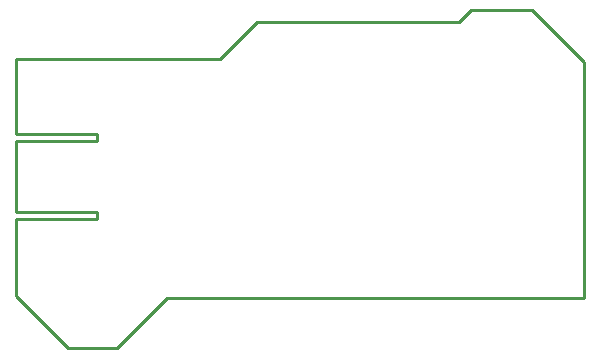
<source format=gbr>
%TF.GenerationSoftware,Altium Limited,Altium Designer,24.2.2 (26)*%
G04 Layer_Color=16711935*
%FSLAX45Y45*%
%MOMM*%
%TF.SameCoordinates,C43FDC76-AA2B-4580-830C-854DEF30EB04*%
%TF.FilePolarity,Positive*%
%TF.FileFunction,Keep-out,Top*%
%TF.Part,Single*%
G01*
G75*
%TA.AperFunction,NonConductor*%
%ADD27C,0.25400*%
D27*
X0Y20000D02*
Y670000D01*
Y730000D02*
Y1330000D01*
Y1390000D02*
Y2030000D01*
Y20000D02*
X440000Y-420000D01*
X0Y1330000D02*
X690000D01*
Y1390000D01*
X0D02*
X690000D01*
X0Y730000D02*
X690000D01*
Y670000D02*
Y730000D01*
X0Y670000D02*
X690000D01*
X3310000Y2340000D02*
X3320000D01*
X2040000D02*
X3310000D01*
X1730000Y2030000D02*
X2040000Y2340000D01*
X1720000Y2030000D02*
X1730000D01*
X0D02*
X1720000D01*
X1280000Y0D02*
X4810000D01*
Y2000000D01*
X4370000Y2440000D02*
X4810000Y2000000D01*
X4370000Y2440000D02*
X4370000D01*
X3850000D02*
X4370000D01*
X3750000Y2340000D02*
X3850000Y2440000D01*
X3320000Y2340000D02*
X3750000D01*
X860000Y-420000D02*
X1280000Y0D01*
X440000Y-420000D02*
X860000D01*
%TF.MD5,f121560abeb27d7fea6a943e2d9f42b9*%
M02*

</source>
